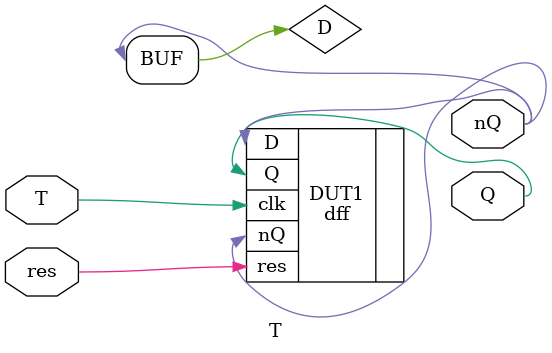
<source format=v>
`include "dff.v" 

module T (T,Q,nQ,res);

input T, res;

output  Q;
output  nQ;

wire D;

dff DUT1 (.clk(T),.Q(Q),.nQ(nQ),.D(D),.res(res));

assign D = nQ;

endmodule
</source>
